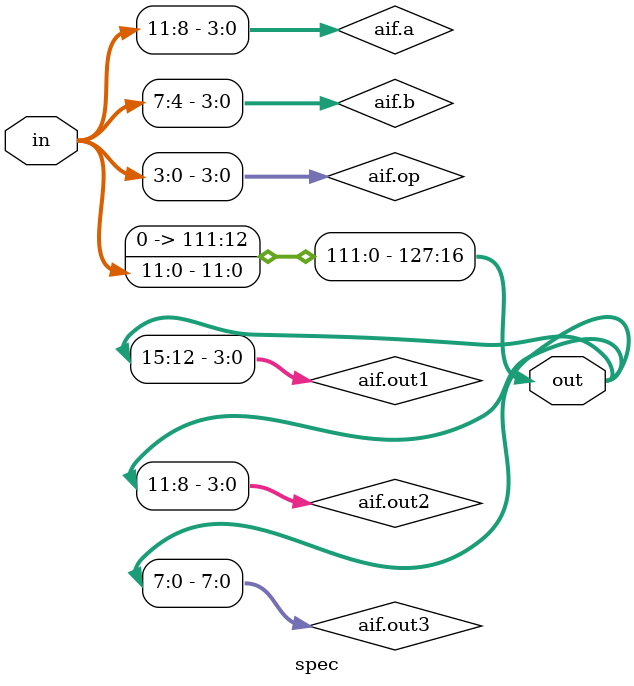
<source format=sv>


interface alu_iface ();
  logic [3:0] a;
  logic [3:0] b;
  logic [3:0] op;
  logic [3:0] out1;
  logic [3:0] out2;

  logic [7:0] out3;

  assign out3 = {out1, out2};

endinterface

module alu1 (alu_iface aif);

   assign aif.out1 = aif.op[1] ?
		     aif.op[0] ? aif.a + aif.b : aif.a - aif.b :
		     aif.op[0] ? aif.a & aif.b : aif.a | aif.b;

endmodule

module alu2 (alu_iface aif);

  assign aif.out2 = ~aif.out1;

endmodule

module spec (input logic [127:0] in,
	     output wire [127:0] out);

  alu_iface aif ();
  assign {aif.a, aif.b, aif.op} = in;

  alu1 aluinst1 (aif);
  alu2 aluinst2 (aif);

  assign out = { aif.a, aif.b, aif.op, aif.out1, aif.out2, aif.out3 };

endmodule // spec

</source>
